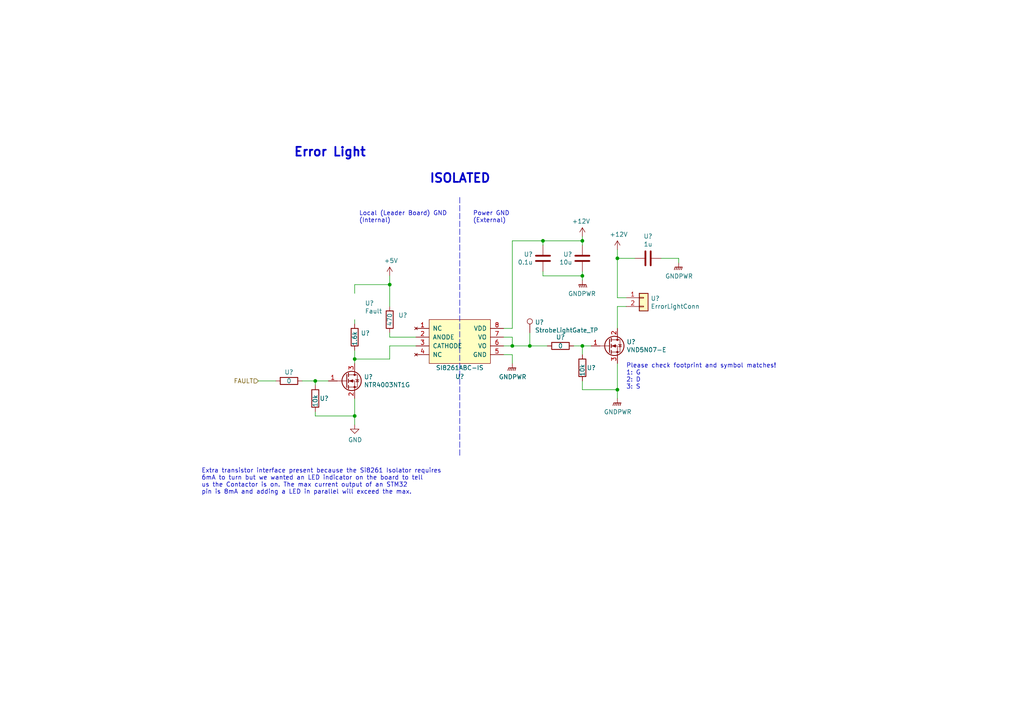
<source format=kicad_sch>
(kicad_sch (version 20211123) (generator eeschema)

  (uuid a9bfee46-077f-47f3-9088-ecb4d3eb3f1a)

  (paper "A4")

  (lib_symbols
    (symbol "Connector:TestPoint" (pin_numbers hide) (pin_names (offset 0.762) hide) (in_bom yes) (on_board yes)
      (property "Reference" "TP" (id 0) (at 0 6.858 0)
        (effects (font (size 1.27 1.27)))
      )
      (property "Value" "TestPoint" (id 1) (at 0 5.08 0)
        (effects (font (size 1.27 1.27)))
      )
      (property "Footprint" "" (id 2) (at 5.08 0 0)
        (effects (font (size 1.27 1.27)) hide)
      )
      (property "Datasheet" "~" (id 3) (at 5.08 0 0)
        (effects (font (size 1.27 1.27)) hide)
      )
      (property "ki_keywords" "test point tp" (id 4) (at 0 0 0)
        (effects (font (size 1.27 1.27)) hide)
      )
      (property "ki_description" "test point" (id 5) (at 0 0 0)
        (effects (font (size 1.27 1.27)) hide)
      )
      (property "ki_fp_filters" "Pin* Test*" (id 6) (at 0 0 0)
        (effects (font (size 1.27 1.27)) hide)
      )
      (symbol "TestPoint_0_1"
        (circle (center 0 3.302) (radius 0.762)
          (stroke (width 0) (type default) (color 0 0 0 0))
          (fill (type none))
        )
      )
      (symbol "TestPoint_1_1"
        (pin passive line (at 0 0 90) (length 2.54)
          (name "1" (effects (font (size 1.27 1.27))))
          (number "1" (effects (font (size 1.27 1.27))))
        )
      )
    )
    (symbol "Connector_Generic:Conn_01x02" (pin_names (offset 1.016) hide) (in_bom yes) (on_board yes)
      (property "Reference" "J" (id 0) (at 0 2.54 0)
        (effects (font (size 1.27 1.27)))
      )
      (property "Value" "Conn_01x02" (id 1) (at 0 -5.08 0)
        (effects (font (size 1.27 1.27)))
      )
      (property "Footprint" "" (id 2) (at 0 0 0)
        (effects (font (size 1.27 1.27)) hide)
      )
      (property "Datasheet" "~" (id 3) (at 0 0 0)
        (effects (font (size 1.27 1.27)) hide)
      )
      (property "ki_keywords" "connector" (id 4) (at 0 0 0)
        (effects (font (size 1.27 1.27)) hide)
      )
      (property "ki_description" "Generic connector, single row, 01x02, script generated (kicad-library-utils/schlib/autogen/connector/)" (id 5) (at 0 0 0)
        (effects (font (size 1.27 1.27)) hide)
      )
      (property "ki_fp_filters" "Connector*:*_1x??_*" (id 6) (at 0 0 0)
        (effects (font (size 1.27 1.27)) hide)
      )
      (symbol "Conn_01x02_1_1"
        (rectangle (start -1.27 -2.413) (end 0 -2.667)
          (stroke (width 0.1524) (type default) (color 0 0 0 0))
          (fill (type none))
        )
        (rectangle (start -1.27 0.127) (end 0 -0.127)
          (stroke (width 0.1524) (type default) (color 0 0 0 0))
          (fill (type none))
        )
        (rectangle (start -1.27 1.27) (end 1.27 -3.81)
          (stroke (width 0.254) (type default) (color 0 0 0 0))
          (fill (type background))
        )
        (pin passive line (at -5.08 0 0) (length 3.81)
          (name "Pin_1" (effects (font (size 1.27 1.27))))
          (number "1" (effects (font (size 1.27 1.27))))
        )
        (pin passive line (at -5.08 -2.54 0) (length 3.81)
          (name "Pin_2" (effects (font (size 1.27 1.27))))
          (number "2" (effects (font (size 1.27 1.27))))
        )
      )
    )
    (symbol "Device:C" (pin_numbers hide) (pin_names (offset 0.254)) (in_bom yes) (on_board yes)
      (property "Reference" "C" (id 0) (at 0.635 2.54 0)
        (effects (font (size 1.27 1.27)) (justify left))
      )
      (property "Value" "C" (id 1) (at 0.635 -2.54 0)
        (effects (font (size 1.27 1.27)) (justify left))
      )
      (property "Footprint" "" (id 2) (at 0.9652 -3.81 0)
        (effects (font (size 1.27 1.27)) hide)
      )
      (property "Datasheet" "~" (id 3) (at 0 0 0)
        (effects (font (size 1.27 1.27)) hide)
      )
      (property "ki_keywords" "cap capacitor" (id 4) (at 0 0 0)
        (effects (font (size 1.27 1.27)) hide)
      )
      (property "ki_description" "Unpolarized capacitor" (id 5) (at 0 0 0)
        (effects (font (size 1.27 1.27)) hide)
      )
      (property "ki_fp_filters" "C_*" (id 6) (at 0 0 0)
        (effects (font (size 1.27 1.27)) hide)
      )
      (symbol "C_0_1"
        (polyline
          (pts
            (xy -2.032 -0.762)
            (xy 2.032 -0.762)
          )
          (stroke (width 0.508) (type default) (color 0 0 0 0))
          (fill (type none))
        )
        (polyline
          (pts
            (xy -2.032 0.762)
            (xy 2.032 0.762)
          )
          (stroke (width 0.508) (type default) (color 0 0 0 0))
          (fill (type none))
        )
      )
      (symbol "C_1_1"
        (pin passive line (at 0 3.81 270) (length 2.794)
          (name "~" (effects (font (size 1.27 1.27))))
          (number "1" (effects (font (size 1.27 1.27))))
        )
        (pin passive line (at 0 -3.81 90) (length 2.794)
          (name "~" (effects (font (size 1.27 1.27))))
          (number "2" (effects (font (size 1.27 1.27))))
        )
      )
    )
    (symbol "Device:Q_NMOS_GDS" (pin_names (offset 0) hide) (in_bom yes) (on_board yes)
      (property "Reference" "Q" (id 0) (at 5.08 1.27 0)
        (effects (font (size 1.27 1.27)) (justify left))
      )
      (property "Value" "Q_NMOS_GDS" (id 1) (at 5.08 -1.27 0)
        (effects (font (size 1.27 1.27)) (justify left))
      )
      (property "Footprint" "" (id 2) (at 5.08 2.54 0)
        (effects (font (size 1.27 1.27)) hide)
      )
      (property "Datasheet" "~" (id 3) (at 0 0 0)
        (effects (font (size 1.27 1.27)) hide)
      )
      (property "ki_keywords" "transistor NMOS N-MOS N-MOSFET" (id 4) (at 0 0 0)
        (effects (font (size 1.27 1.27)) hide)
      )
      (property "ki_description" "N-MOSFET transistor, gate/drain/source" (id 5) (at 0 0 0)
        (effects (font (size 1.27 1.27)) hide)
      )
      (symbol "Q_NMOS_GDS_0_1"
        (polyline
          (pts
            (xy 0.254 0)
            (xy -2.54 0)
          )
          (stroke (width 0) (type default) (color 0 0 0 0))
          (fill (type none))
        )
        (polyline
          (pts
            (xy 0.254 1.905)
            (xy 0.254 -1.905)
          )
          (stroke (width 0.254) (type default) (color 0 0 0 0))
          (fill (type none))
        )
        (polyline
          (pts
            (xy 0.762 -1.27)
            (xy 0.762 -2.286)
          )
          (stroke (width 0.254) (type default) (color 0 0 0 0))
          (fill (type none))
        )
        (polyline
          (pts
            (xy 0.762 0.508)
            (xy 0.762 -0.508)
          )
          (stroke (width 0.254) (type default) (color 0 0 0 0))
          (fill (type none))
        )
        (polyline
          (pts
            (xy 0.762 2.286)
            (xy 0.762 1.27)
          )
          (stroke (width 0.254) (type default) (color 0 0 0 0))
          (fill (type none))
        )
        (polyline
          (pts
            (xy 2.54 2.54)
            (xy 2.54 1.778)
          )
          (stroke (width 0) (type default) (color 0 0 0 0))
          (fill (type none))
        )
        (polyline
          (pts
            (xy 2.54 -2.54)
            (xy 2.54 0)
            (xy 0.762 0)
          )
          (stroke (width 0) (type default) (color 0 0 0 0))
          (fill (type none))
        )
        (polyline
          (pts
            (xy 0.762 -1.778)
            (xy 3.302 -1.778)
            (xy 3.302 1.778)
            (xy 0.762 1.778)
          )
          (stroke (width 0) (type default) (color 0 0 0 0))
          (fill (type none))
        )
        (polyline
          (pts
            (xy 1.016 0)
            (xy 2.032 0.381)
            (xy 2.032 -0.381)
            (xy 1.016 0)
          )
          (stroke (width 0) (type default) (color 0 0 0 0))
          (fill (type outline))
        )
        (polyline
          (pts
            (xy 2.794 0.508)
            (xy 2.921 0.381)
            (xy 3.683 0.381)
            (xy 3.81 0.254)
          )
          (stroke (width 0) (type default) (color 0 0 0 0))
          (fill (type none))
        )
        (polyline
          (pts
            (xy 3.302 0.381)
            (xy 2.921 -0.254)
            (xy 3.683 -0.254)
            (xy 3.302 0.381)
          )
          (stroke (width 0) (type default) (color 0 0 0 0))
          (fill (type none))
        )
        (circle (center 1.651 0) (radius 2.794)
          (stroke (width 0.254) (type default) (color 0 0 0 0))
          (fill (type none))
        )
        (circle (center 2.54 -1.778) (radius 0.254)
          (stroke (width 0) (type default) (color 0 0 0 0))
          (fill (type outline))
        )
        (circle (center 2.54 1.778) (radius 0.254)
          (stroke (width 0) (type default) (color 0 0 0 0))
          (fill (type outline))
        )
      )
      (symbol "Q_NMOS_GDS_1_1"
        (pin input line (at -5.08 0 0) (length 2.54)
          (name "G" (effects (font (size 1.27 1.27))))
          (number "1" (effects (font (size 1.27 1.27))))
        )
        (pin passive line (at 2.54 5.08 270) (length 2.54)
          (name "D" (effects (font (size 1.27 1.27))))
          (number "2" (effects (font (size 1.27 1.27))))
        )
        (pin passive line (at 2.54 -5.08 90) (length 2.54)
          (name "S" (effects (font (size 1.27 1.27))))
          (number "3" (effects (font (size 1.27 1.27))))
        )
      )
    )
    (symbol "Device:Q_NMOS_GSD" (pin_names (offset 0) hide) (in_bom yes) (on_board yes)
      (property "Reference" "Q" (id 0) (at 5.08 1.27 0)
        (effects (font (size 1.27 1.27)) (justify left))
      )
      (property "Value" "Q_NMOS_GSD" (id 1) (at 5.08 -1.27 0)
        (effects (font (size 1.27 1.27)) (justify left))
      )
      (property "Footprint" "" (id 2) (at 5.08 2.54 0)
        (effects (font (size 1.27 1.27)) hide)
      )
      (property "Datasheet" "~" (id 3) (at 0 0 0)
        (effects (font (size 1.27 1.27)) hide)
      )
      (property "ki_keywords" "transistor NMOS N-MOS N-MOSFET" (id 4) (at 0 0 0)
        (effects (font (size 1.27 1.27)) hide)
      )
      (property "ki_description" "N-MOSFET transistor, gate/source/drain" (id 5) (at 0 0 0)
        (effects (font (size 1.27 1.27)) hide)
      )
      (symbol "Q_NMOS_GSD_0_1"
        (polyline
          (pts
            (xy 0.254 0)
            (xy -2.54 0)
          )
          (stroke (width 0) (type default) (color 0 0 0 0))
          (fill (type none))
        )
        (polyline
          (pts
            (xy 0.254 1.905)
            (xy 0.254 -1.905)
          )
          (stroke (width 0.254) (type default) (color 0 0 0 0))
          (fill (type none))
        )
        (polyline
          (pts
            (xy 0.762 -1.27)
            (xy 0.762 -2.286)
          )
          (stroke (width 0.254) (type default) (color 0 0 0 0))
          (fill (type none))
        )
        (polyline
          (pts
            (xy 0.762 0.508)
            (xy 0.762 -0.508)
          )
          (stroke (width 0.254) (type default) (color 0 0 0 0))
          (fill (type none))
        )
        (polyline
          (pts
            (xy 0.762 2.286)
            (xy 0.762 1.27)
          )
          (stroke (width 0.254) (type default) (color 0 0 0 0))
          (fill (type none))
        )
        (polyline
          (pts
            (xy 2.54 2.54)
            (xy 2.54 1.778)
          )
          (stroke (width 0) (type default) (color 0 0 0 0))
          (fill (type none))
        )
        (polyline
          (pts
            (xy 2.54 -2.54)
            (xy 2.54 0)
            (xy 0.762 0)
          )
          (stroke (width 0) (type default) (color 0 0 0 0))
          (fill (type none))
        )
        (polyline
          (pts
            (xy 0.762 -1.778)
            (xy 3.302 -1.778)
            (xy 3.302 1.778)
            (xy 0.762 1.778)
          )
          (stroke (width 0) (type default) (color 0 0 0 0))
          (fill (type none))
        )
        (polyline
          (pts
            (xy 1.016 0)
            (xy 2.032 0.381)
            (xy 2.032 -0.381)
            (xy 1.016 0)
          )
          (stroke (width 0) (type default) (color 0 0 0 0))
          (fill (type outline))
        )
        (polyline
          (pts
            (xy 2.794 0.508)
            (xy 2.921 0.381)
            (xy 3.683 0.381)
            (xy 3.81 0.254)
          )
          (stroke (width 0) (type default) (color 0 0 0 0))
          (fill (type none))
        )
        (polyline
          (pts
            (xy 3.302 0.381)
            (xy 2.921 -0.254)
            (xy 3.683 -0.254)
            (xy 3.302 0.381)
          )
          (stroke (width 0) (type default) (color 0 0 0 0))
          (fill (type none))
        )
        (circle (center 1.651 0) (radius 2.794)
          (stroke (width 0.254) (type default) (color 0 0 0 0))
          (fill (type none))
        )
        (circle (center 2.54 -1.778) (radius 0.254)
          (stroke (width 0) (type default) (color 0 0 0 0))
          (fill (type outline))
        )
        (circle (center 2.54 1.778) (radius 0.254)
          (stroke (width 0) (type default) (color 0 0 0 0))
          (fill (type outline))
        )
      )
      (symbol "Q_NMOS_GSD_1_1"
        (pin input line (at -5.08 0 0) (length 2.54)
          (name "G" (effects (font (size 1.27 1.27))))
          (number "1" (effects (font (size 1.27 1.27))))
        )
        (pin passive line (at 2.54 -5.08 90) (length 2.54)
          (name "S" (effects (font (size 1.27 1.27))))
          (number "2" (effects (font (size 1.27 1.27))))
        )
        (pin passive line (at 2.54 5.08 270) (length 2.54)
          (name "D" (effects (font (size 1.27 1.27))))
          (number "3" (effects (font (size 1.27 1.27))))
        )
      )
    )
    (symbol "Device:R" (pin_numbers hide) (pin_names (offset 0)) (in_bom yes) (on_board yes)
      (property "Reference" "R" (id 0) (at 2.032 0 90)
        (effects (font (size 1.27 1.27)))
      )
      (property "Value" "R" (id 1) (at 0 0 90)
        (effects (font (size 1.27 1.27)))
      )
      (property "Footprint" "" (id 2) (at -1.778 0 90)
        (effects (font (size 1.27 1.27)) hide)
      )
      (property "Datasheet" "~" (id 3) (at 0 0 0)
        (effects (font (size 1.27 1.27)) hide)
      )
      (property "ki_keywords" "R res resistor" (id 4) (at 0 0 0)
        (effects (font (size 1.27 1.27)) hide)
      )
      (property "ki_description" "Resistor" (id 5) (at 0 0 0)
        (effects (font (size 1.27 1.27)) hide)
      )
      (property "ki_fp_filters" "R_*" (id 6) (at 0 0 0)
        (effects (font (size 1.27 1.27)) hide)
      )
      (symbol "R_0_1"
        (rectangle (start -1.016 -2.54) (end 1.016 2.54)
          (stroke (width 0.254) (type default) (color 0 0 0 0))
          (fill (type none))
        )
      )
      (symbol "R_1_1"
        (pin passive line (at 0 3.81 270) (length 1.27)
          (name "~" (effects (font (size 1.27 1.27))))
          (number "1" (effects (font (size 1.27 1.27))))
        )
        (pin passive line (at 0 -3.81 90) (length 1.27)
          (name "~" (effects (font (size 1.27 1.27))))
          (number "2" (effects (font (size 1.27 1.27))))
        )
      )
    )
    (symbol "power:+12V" (power) (pin_names (offset 0)) (in_bom yes) (on_board yes)
      (property "Reference" "#PWR" (id 0) (at 0 -3.81 0)
        (effects (font (size 1.27 1.27)) hide)
      )
      (property "Value" "+12V" (id 1) (at 0 3.556 0)
        (effects (font (size 1.27 1.27)))
      )
      (property "Footprint" "" (id 2) (at 0 0 0)
        (effects (font (size 1.27 1.27)) hide)
      )
      (property "Datasheet" "" (id 3) (at 0 0 0)
        (effects (font (size 1.27 1.27)) hide)
      )
      (property "ki_keywords" "power-flag" (id 4) (at 0 0 0)
        (effects (font (size 1.27 1.27)) hide)
      )
      (property "ki_description" "Power symbol creates a global label with name \"+12V\"" (id 5) (at 0 0 0)
        (effects (font (size 1.27 1.27)) hide)
      )
      (symbol "+12V_0_1"
        (polyline
          (pts
            (xy -0.762 1.27)
            (xy 0 2.54)
          )
          (stroke (width 0) (type default) (color 0 0 0 0))
          (fill (type none))
        )
        (polyline
          (pts
            (xy 0 0)
            (xy 0 2.54)
          )
          (stroke (width 0) (type default) (color 0 0 0 0))
          (fill (type none))
        )
        (polyline
          (pts
            (xy 0 2.54)
            (xy 0.762 1.27)
          )
          (stroke (width 0) (type default) (color 0 0 0 0))
          (fill (type none))
        )
      )
      (symbol "+12V_1_1"
        (pin power_in line (at 0 0 90) (length 0) hide
          (name "+12V" (effects (font (size 1.27 1.27))))
          (number "1" (effects (font (size 1.27 1.27))))
        )
      )
    )
    (symbol "power:+5V" (power) (pin_names (offset 0)) (in_bom yes) (on_board yes)
      (property "Reference" "#PWR" (id 0) (at 0 -3.81 0)
        (effects (font (size 1.27 1.27)) hide)
      )
      (property "Value" "+5V" (id 1) (at 0 3.556 0)
        (effects (font (size 1.27 1.27)))
      )
      (property "Footprint" "" (id 2) (at 0 0 0)
        (effects (font (size 1.27 1.27)) hide)
      )
      (property "Datasheet" "" (id 3) (at 0 0 0)
        (effects (font (size 1.27 1.27)) hide)
      )
      (property "ki_keywords" "power-flag" (id 4) (at 0 0 0)
        (effects (font (size 1.27 1.27)) hide)
      )
      (property "ki_description" "Power symbol creates a global label with name \"+5V\"" (id 5) (at 0 0 0)
        (effects (font (size 1.27 1.27)) hide)
      )
      (symbol "+5V_0_1"
        (polyline
          (pts
            (xy -0.762 1.27)
            (xy 0 2.54)
          )
          (stroke (width 0) (type default) (color 0 0 0 0))
          (fill (type none))
        )
        (polyline
          (pts
            (xy 0 0)
            (xy 0 2.54)
          )
          (stroke (width 0) (type default) (color 0 0 0 0))
          (fill (type none))
        )
        (polyline
          (pts
            (xy 0 2.54)
            (xy 0.762 1.27)
          )
          (stroke (width 0) (type default) (color 0 0 0 0))
          (fill (type none))
        )
      )
      (symbol "+5V_1_1"
        (pin power_in line (at 0 0 90) (length 0) hide
          (name "+5V" (effects (font (size 1.27 1.27))))
          (number "1" (effects (font (size 1.27 1.27))))
        )
      )
    )
    (symbol "power:GND" (power) (pin_names (offset 0)) (in_bom yes) (on_board yes)
      (property "Reference" "#PWR" (id 0) (at 0 -6.35 0)
        (effects (font (size 1.27 1.27)) hide)
      )
      (property "Value" "GND" (id 1) (at 0 -3.81 0)
        (effects (font (size 1.27 1.27)))
      )
      (property "Footprint" "" (id 2) (at 0 0 0)
        (effects (font (size 1.27 1.27)) hide)
      )
      (property "Datasheet" "" (id 3) (at 0 0 0)
        (effects (font (size 1.27 1.27)) hide)
      )
      (property "ki_keywords" "power-flag" (id 4) (at 0 0 0)
        (effects (font (size 1.27 1.27)) hide)
      )
      (property "ki_description" "Power symbol creates a global label with name \"GND\" , ground" (id 5) (at 0 0 0)
        (effects (font (size 1.27 1.27)) hide)
      )
      (symbol "GND_0_1"
        (polyline
          (pts
            (xy 0 0)
            (xy 0 -1.27)
            (xy 1.27 -1.27)
            (xy 0 -2.54)
            (xy -1.27 -1.27)
            (xy 0 -1.27)
          )
          (stroke (width 0) (type default) (color 0 0 0 0))
          (fill (type none))
        )
      )
      (symbol "GND_1_1"
        (pin power_in line (at 0 0 270) (length 0) hide
          (name "GND" (effects (font (size 1.27 1.27))))
          (number "1" (effects (font (size 1.27 1.27))))
        )
      )
    )
    (symbol "power:GNDPWR" (power) (pin_names (offset 0)) (in_bom yes) (on_board yes)
      (property "Reference" "#PWR" (id 0) (at 0 -5.08 0)
        (effects (font (size 1.27 1.27)) hide)
      )
      (property "Value" "GNDPWR" (id 1) (at 0 -3.302 0)
        (effects (font (size 1.27 1.27)))
      )
      (property "Footprint" "" (id 2) (at 0 -1.27 0)
        (effects (font (size 1.27 1.27)) hide)
      )
      (property "Datasheet" "" (id 3) (at 0 -1.27 0)
        (effects (font (size 1.27 1.27)) hide)
      )
      (property "ki_keywords" "power-flag" (id 4) (at 0 0 0)
        (effects (font (size 1.27 1.27)) hide)
      )
      (property "ki_description" "Power symbol creates a global label with name \"GNDPWR\" , power ground" (id 5) (at 0 0 0)
        (effects (font (size 1.27 1.27)) hide)
      )
      (symbol "GNDPWR_0_1"
        (polyline
          (pts
            (xy 0 -1.27)
            (xy 0 0)
          )
          (stroke (width 0) (type default) (color 0 0 0 0))
          (fill (type none))
        )
        (polyline
          (pts
            (xy -1.016 -1.27)
            (xy -1.27 -2.032)
            (xy -1.27 -2.032)
          )
          (stroke (width 0.2032) (type default) (color 0 0 0 0))
          (fill (type none))
        )
        (polyline
          (pts
            (xy -0.508 -1.27)
            (xy -0.762 -2.032)
            (xy -0.762 -2.032)
          )
          (stroke (width 0.2032) (type default) (color 0 0 0 0))
          (fill (type none))
        )
        (polyline
          (pts
            (xy 0 -1.27)
            (xy -0.254 -2.032)
            (xy -0.254 -2.032)
          )
          (stroke (width 0.2032) (type default) (color 0 0 0 0))
          (fill (type none))
        )
        (polyline
          (pts
            (xy 0.508 -1.27)
            (xy 0.254 -2.032)
            (xy 0.254 -2.032)
          )
          (stroke (width 0.2032) (type default) (color 0 0 0 0))
          (fill (type none))
        )
        (polyline
          (pts
            (xy 1.016 -1.27)
            (xy -1.016 -1.27)
            (xy -1.016 -1.27)
          )
          (stroke (width 0.2032) (type default) (color 0 0 0 0))
          (fill (type none))
        )
        (polyline
          (pts
            (xy 1.016 -1.27)
            (xy 0.762 -2.032)
            (xy 0.762 -2.032)
            (xy 0.762 -2.032)
          )
          (stroke (width 0.2032) (type default) (color 0 0 0 0))
          (fill (type none))
        )
      )
      (symbol "GNDPWR_1_1"
        (pin power_in line (at 0 0 270) (length 0) hide
          (name "GNDPWR" (effects (font (size 1.27 1.27))))
          (number "1" (effects (font (size 1.27 1.27))))
        )
      )
    )
    (symbol "utsvt-bps:SI8261ABC-IS" (pin_names (offset 1.016)) (in_bom yes) (on_board yes)
      (property "Reference" "U" (id 0) (at 0 3.81 0)
        (effects (font (size 1.27 1.27)))
      )
      (property "Value" "SI8261ABC-IS" (id 1) (at 0 1.27 0)
        (effects (font (size 1.27 1.27)))
      )
      (property "Footprint" "Package_SO:SOIC-8_3.9x4.9mm_P1.27mm" (id 2) (at 0 0 0)
        (effects (font (size 1.27 1.27)) hide)
      )
      (property "Datasheet" "https://www.silabs.com/documents/public/data-sheets/Si826x.pdf" (id 3) (at 0 0 0)
        (effects (font (size 1.27 1.27)) hide)
      )
      (property "Vf" "2.2V" (id 4) (at 0 0 0)
        (effects (font (size 1.27 1.27)) hide)
      )
      (property "If" "6mA" (id 5) (at 0 0 0)
        (effects (font (size 1.27 1.27)) hide)
      )
      (property "ki_keywords" "isolator, gate, driver" (id 6) (at 0 0 0)
        (effects (font (size 1.27 1.27)) hide)
      )
      (property "ki_description" "Isolated Gate Driver, 8-pin" (id 7) (at 0 0 0)
        (effects (font (size 1.27 1.27)) hide)
      )
      (symbol "SI8261ABC-IS_0_1"
        (rectangle (start -8.89 0) (end 8.89 -12.7)
          (stroke (width 0) (type default) (color 0 0 0 0))
          (fill (type background))
        )
      )
      (symbol "SI8261ABC-IS_1_1"
        (pin no_connect line (at -12.7 -2.54 0) (length 3.81)
          (name "NC" (effects (font (size 1.27 1.27))))
          (number "1" (effects (font (size 1.27 1.27))))
        )
        (pin input line (at -12.7 -5.08 0) (length 3.81)
          (name "ANODE" (effects (font (size 1.27 1.27))))
          (number "2" (effects (font (size 1.27 1.27))))
        )
        (pin input line (at -12.7 -7.62 0) (length 3.81)
          (name "CATHODE" (effects (font (size 1.27 1.27))))
          (number "3" (effects (font (size 1.27 1.27))))
        )
        (pin no_connect line (at -12.7 -10.16 0) (length 3.81)
          (name "NC" (effects (font (size 1.27 1.27))))
          (number "4" (effects (font (size 1.27 1.27))))
        )
        (pin power_in line (at 12.7 -10.16 180) (length 3.81)
          (name "GND" (effects (font (size 1.27 1.27))))
          (number "5" (effects (font (size 1.27 1.27))))
        )
        (pin output line (at 12.7 -7.62 180) (length 3.81)
          (name "VO" (effects (font (size 1.27 1.27))))
          (number "6" (effects (font (size 1.27 1.27))))
        )
        (pin output line (at 12.7 -5.08 180) (length 3.81)
          (name "VO" (effects (font (size 1.27 1.27))))
          (number "7" (effects (font (size 1.27 1.27))))
        )
        (pin power_in line (at 12.7 -2.54 180) (length 3.81)
          (name "VDD" (effects (font (size 1.27 1.27))))
          (number "8" (effects (font (size 1.27 1.27))))
        )
      )
    )
  )

  (junction (at 157.48 69.85) (diameter 0) (color 0 0 0 0)
    (uuid 18a40e05-5c33-4d36-803e-6511c0901136)
  )
  (junction (at 91.44 110.49) (diameter 0) (color 0 0 0 0)
    (uuid 1ddfbe37-0f6d-48ec-8f11-9840a3724f78)
  )
  (junction (at 179.07 113.03) (diameter 0) (color 0 0 0 0)
    (uuid 270d6997-e917-4497-8150-0ce2215a4e2c)
  )
  (junction (at 113.03 82.55) (diameter 0) (color 0 0 0 0)
    (uuid 50593251-f55f-4e3d-933d-5c470e0279f3)
  )
  (junction (at 168.91 69.85) (diameter 0) (color 0 0 0 0)
    (uuid 62e69b43-38f7-4983-8f82-0e99263b1636)
  )
  (junction (at 148.59 100.33) (diameter 0) (color 0 0 0 0)
    (uuid ab30e365-c602-44f4-9f85-72f9a7830fa8)
  )
  (junction (at 168.91 80.01) (diameter 0) (color 0 0 0 0)
    (uuid b1bf40f1-e84f-4dcc-86c8-1dd797d3e803)
  )
  (junction (at 153.67 100.33) (diameter 0) (color 0 0 0 0)
    (uuid bdf6f7a4-d821-4998-a292-4a671045f9ef)
  )
  (junction (at 179.07 74.93) (diameter 0) (color 0 0 0 0)
    (uuid be014879-c0df-42d4-972d-74788b6e977d)
  )
  (junction (at 102.87 104.14) (diameter 0) (color 0 0 0 0)
    (uuid dd537f11-2546-4d71-8b19-968a0ccc9450)
  )
  (junction (at 102.87 120.65) (diameter 0) (color 0 0 0 0)
    (uuid eaba2ab8-18a8-4e81-b8c1-af4d7a9266fa)
  )
  (junction (at 168.91 100.33) (diameter 0) (color 0 0 0 0)
    (uuid f79af3c0-2212-400a-88d4-e21932398d5f)
  )

  (wire (pts (xy 157.48 71.12) (xy 157.48 69.85))
    (stroke (width 0) (type default) (color 0 0 0 0))
    (uuid 0b3c817a-21e3-444f-8857-e117f179ecab)
  )
  (wire (pts (xy 168.91 102.87) (xy 168.91 100.33))
    (stroke (width 0) (type default) (color 0 0 0 0))
    (uuid 1722c95f-4e95-4e75-be91-dd36b25e7246)
  )
  (wire (pts (xy 148.59 69.85) (xy 157.48 69.85))
    (stroke (width 0) (type default) (color 0 0 0 0))
    (uuid 1d95e4b3-21e7-48c9-9377-f7a79b315aae)
  )
  (wire (pts (xy 179.07 113.03) (xy 179.07 105.41))
    (stroke (width 0) (type default) (color 0 0 0 0))
    (uuid 1f3fd0fb-3f1e-4486-9c42-adca3d9e00e2)
  )
  (wire (pts (xy 168.91 80.01) (xy 168.91 81.28))
    (stroke (width 0) (type default) (color 0 0 0 0))
    (uuid 22547939-fc1e-4c9d-9755-74558588614f)
  )
  (wire (pts (xy 113.03 82.55) (xy 102.87 82.55))
    (stroke (width 0) (type default) (color 0 0 0 0))
    (uuid 3d629a18-9e7e-4819-83a5-69798417d739)
  )
  (wire (pts (xy 168.91 100.33) (xy 171.45 100.33))
    (stroke (width 0) (type default) (color 0 0 0 0))
    (uuid 3dc80121-a5ee-4c1d-b6c7-d560890e0825)
  )
  (wire (pts (xy 181.61 86.36) (xy 179.07 86.36))
    (stroke (width 0) (type default) (color 0 0 0 0))
    (uuid 49ec9191-228a-4838-8781-1be19b08bd35)
  )
  (wire (pts (xy 87.63 110.49) (xy 91.44 110.49))
    (stroke (width 0) (type default) (color 0 0 0 0))
    (uuid 4c2e6884-50f4-42fd-9e2a-85be695f5435)
  )
  (wire (pts (xy 113.03 104.14) (xy 113.03 100.33))
    (stroke (width 0) (type default) (color 0 0 0 0))
    (uuid 504361ad-3f4d-47d7-bc0c-87449325d4a6)
  )
  (wire (pts (xy 146.05 100.33) (xy 148.59 100.33))
    (stroke (width 0) (type default) (color 0 0 0 0))
    (uuid 50e365d4-811f-4bc8-94ec-f4feded1434c)
  )
  (polyline (pts (xy 133.35 132.08) (xy 133.35 57.15))
    (stroke (width 0) (type default) (color 0 0 0 0))
    (uuid 51cb62e5-17c9-4723-84f5-dacc6432ebbd)
  )

  (wire (pts (xy 80.01 110.49) (xy 74.93 110.49))
    (stroke (width 0) (type default) (color 0 0 0 0))
    (uuid 54f2d8d5-0bb4-4a86-836d-3cf970fb9dbf)
  )
  (wire (pts (xy 168.91 69.85) (xy 168.91 71.12))
    (stroke (width 0) (type default) (color 0 0 0 0))
    (uuid 5a200396-751a-41d7-a11a-8004ee96be3f)
  )
  (wire (pts (xy 168.91 113.03) (xy 179.07 113.03))
    (stroke (width 0) (type default) (color 0 0 0 0))
    (uuid 5e73095e-4d02-4b82-ba7d-dc39d1a4ae11)
  )
  (wire (pts (xy 102.87 85.09) (xy 102.87 82.55))
    (stroke (width 0) (type default) (color 0 0 0 0))
    (uuid 66a166e9-d2bc-46a7-9eb7-fe84b5a22b72)
  )
  (wire (pts (xy 102.87 115.57) (xy 102.87 120.65))
    (stroke (width 0) (type default) (color 0 0 0 0))
    (uuid 6e6ed44d-979f-464f-ba4b-1869e6e24b0d)
  )
  (wire (pts (xy 153.67 96.52) (xy 153.67 100.33))
    (stroke (width 0) (type default) (color 0 0 0 0))
    (uuid 73922dea-c69e-463d-915d-b73362ab5227)
  )
  (wire (pts (xy 146.05 97.79) (xy 148.59 97.79))
    (stroke (width 0) (type default) (color 0 0 0 0))
    (uuid 7dcfdf3a-4357-4c18-94da-831a52babe82)
  )
  (wire (pts (xy 102.87 123.19) (xy 102.87 120.65))
    (stroke (width 0) (type default) (color 0 0 0 0))
    (uuid 80f2dbab-8bb5-4692-8731-324309380808)
  )
  (wire (pts (xy 157.48 69.85) (xy 168.91 69.85))
    (stroke (width 0) (type default) (color 0 0 0 0))
    (uuid 869c5159-a21d-4866-b9a2-6f93a60121cf)
  )
  (wire (pts (xy 157.48 80.01) (xy 168.91 80.01))
    (stroke (width 0) (type default) (color 0 0 0 0))
    (uuid 86d369f2-03ce-4ebe-b94a-9beb835a5806)
  )
  (wire (pts (xy 179.07 115.57) (xy 179.07 113.03))
    (stroke (width 0) (type default) (color 0 0 0 0))
    (uuid 8be39ee0-ce02-4a63-b3c0-f7af9149bf8a)
  )
  (wire (pts (xy 179.07 88.9) (xy 181.61 88.9))
    (stroke (width 0) (type default) (color 0 0 0 0))
    (uuid 8c5ef8e1-7f30-4594-a37a-123e5406d791)
  )
  (wire (pts (xy 148.59 100.33) (xy 153.67 100.33))
    (stroke (width 0) (type default) (color 0 0 0 0))
    (uuid 9432e654-ea3b-4906-87ef-9d675be0605e)
  )
  (wire (pts (xy 102.87 93.98) (xy 102.87 92.71))
    (stroke (width 0) (type default) (color 0 0 0 0))
    (uuid 9e957694-caea-4949-83d1-03d174bf051c)
  )
  (wire (pts (xy 91.44 120.65) (xy 91.44 119.38))
    (stroke (width 0) (type default) (color 0 0 0 0))
    (uuid 9f69bab4-e17c-4292-8b2b-14d75f480ccb)
  )
  (wire (pts (xy 113.03 88.9) (xy 113.03 82.55))
    (stroke (width 0) (type default) (color 0 0 0 0))
    (uuid a254d925-e124-4ece-bb87-7a9ec2cc6672)
  )
  (wire (pts (xy 91.44 110.49) (xy 91.44 111.76))
    (stroke (width 0) (type default) (color 0 0 0 0))
    (uuid a372a9de-89ad-441a-8db4-2f9261ac71da)
  )
  (wire (pts (xy 184.15 74.93) (xy 179.07 74.93))
    (stroke (width 0) (type default) (color 0 0 0 0))
    (uuid a639b2ec-a63d-474d-8a15-9d1e3a831fc8)
  )
  (wire (pts (xy 148.59 102.87) (xy 146.05 102.87))
    (stroke (width 0) (type default) (color 0 0 0 0))
    (uuid a83c0648-73cb-4b1b-954e-ee0f488a1283)
  )
  (wire (pts (xy 153.67 100.33) (xy 158.75 100.33))
    (stroke (width 0) (type default) (color 0 0 0 0))
    (uuid ab2ffb11-343d-4508-82ce-42ca2c3d2113)
  )
  (wire (pts (xy 157.48 78.74) (xy 157.48 80.01))
    (stroke (width 0) (type default) (color 0 0 0 0))
    (uuid ac50200c-1ddf-4143-b502-a259a1783cac)
  )
  (wire (pts (xy 168.91 110.49) (xy 168.91 113.03))
    (stroke (width 0) (type default) (color 0 0 0 0))
    (uuid b360fcd5-051a-47fa-81e7-7262ec5a1416)
  )
  (wire (pts (xy 113.03 97.79) (xy 113.03 96.52))
    (stroke (width 0) (type default) (color 0 0 0 0))
    (uuid b367a918-3117-4155-9bac-925a996eb99c)
  )
  (wire (pts (xy 146.05 95.25) (xy 148.59 95.25))
    (stroke (width 0) (type default) (color 0 0 0 0))
    (uuid b4cf3460-d9fb-48b2-9e29-294b3e1e7c1d)
  )
  (wire (pts (xy 91.44 120.65) (xy 102.87 120.65))
    (stroke (width 0) (type default) (color 0 0 0 0))
    (uuid b5b37d32-0e4c-435d-846b-1c2e655d0c59)
  )
  (wire (pts (xy 196.85 74.93) (xy 191.77 74.93))
    (stroke (width 0) (type default) (color 0 0 0 0))
    (uuid b60076dd-55c1-4477-a2ee-026173b1edd2)
  )
  (wire (pts (xy 168.91 68.58) (xy 168.91 69.85))
    (stroke (width 0) (type default) (color 0 0 0 0))
    (uuid c1000103-fa5f-44d3-9d0a-4a3341b74a59)
  )
  (wire (pts (xy 179.07 74.93) (xy 179.07 86.36))
    (stroke (width 0) (type default) (color 0 0 0 0))
    (uuid c8a2e689-9479-4ce4-accf-fb44c4fc3c7f)
  )
  (wire (pts (xy 179.07 72.39) (xy 179.07 74.93))
    (stroke (width 0) (type default) (color 0 0 0 0))
    (uuid cc378403-703e-4a5a-8242-43e5fe1c0947)
  )
  (wire (pts (xy 168.91 78.74) (xy 168.91 80.01))
    (stroke (width 0) (type default) (color 0 0 0 0))
    (uuid cc4dbe1d-9e06-48a1-924c-2e41b1ccb900)
  )
  (wire (pts (xy 148.59 69.85) (xy 148.59 95.25))
    (stroke (width 0) (type default) (color 0 0 0 0))
    (uuid cd16b6d5-d323-40aa-92c9-9f61d679931c)
  )
  (wire (pts (xy 166.37 100.33) (xy 168.91 100.33))
    (stroke (width 0) (type default) (color 0 0 0 0))
    (uuid d3df7285-d434-4c29-ac33-6ff20e8e994f)
  )
  (wire (pts (xy 102.87 101.6) (xy 102.87 104.14))
    (stroke (width 0) (type default) (color 0 0 0 0))
    (uuid d47f9515-7963-48b5-91d9-79db67be465c)
  )
  (wire (pts (xy 148.59 105.41) (xy 148.59 102.87))
    (stroke (width 0) (type default) (color 0 0 0 0))
    (uuid ea4a9b77-fc85-41f9-bb03-5d10ac297e66)
  )
  (wire (pts (xy 102.87 104.14) (xy 113.03 104.14))
    (stroke (width 0) (type default) (color 0 0 0 0))
    (uuid ee239a5e-bbd8-42ac-8b09-2a2828ebcd02)
  )
  (wire (pts (xy 113.03 80.01) (xy 113.03 82.55))
    (stroke (width 0) (type default) (color 0 0 0 0))
    (uuid f1fa0a08-5f9e-447c-91e7-11c58f3f775d)
  )
  (wire (pts (xy 148.59 97.79) (xy 148.59 100.33))
    (stroke (width 0) (type default) (color 0 0 0 0))
    (uuid f25f63f6-618c-4888-830b-d15de57e26fb)
  )
  (wire (pts (xy 91.44 110.49) (xy 95.25 110.49))
    (stroke (width 0) (type default) (color 0 0 0 0))
    (uuid f3105c74-b08f-43b3-b2cb-933716877a01)
  )
  (wire (pts (xy 179.07 88.9) (xy 179.07 95.25))
    (stroke (width 0) (type default) (color 0 0 0 0))
    (uuid f3309b8f-b11c-4797-b0b9-62f2ebab34f3)
  )
  (wire (pts (xy 102.87 104.14) (xy 102.87 105.41))
    (stroke (width 0) (type default) (color 0 0 0 0))
    (uuid f424b198-d86c-4f27-9bca-e1a5565771cc)
  )
  (wire (pts (xy 196.85 76.2) (xy 196.85 74.93))
    (stroke (width 0) (type default) (color 0 0 0 0))
    (uuid fc4b3205-eb7c-42c1-ad7a-306a3ecbd84c)
  )
  (wire (pts (xy 113.03 97.79) (xy 120.65 97.79))
    (stroke (width 0) (type default) (color 0 0 0 0))
    (uuid fcba8d07-bb99-48c5-b8e9-6d3e1c413b96)
  )
  (wire (pts (xy 113.03 100.33) (xy 120.65 100.33))
    (stroke (width 0) (type default) (color 0 0 0 0))
    (uuid fd6c3dbf-d584-43fb-914d-fa361367afbb)
  )

  (text "Local (Leader Board) GND\n(Internal)" (at 104.14 64.77 0)
    (effects (font (size 1.27 1.27)) (justify left bottom))
    (uuid 1c3d869b-63fe-4400-9194-07826ddea321)
  )
  (text "Power GND\n(External)" (at 137.16 64.77 0)
    (effects (font (size 1.27 1.27)) (justify left bottom))
    (uuid 3d6bd433-db7f-470b-98a0-3d6831088949)
  )
  (text "ISOLATED" (at 124.46 53.34 0)
    (effects (font (size 2.54 2.54) (thickness 0.508) bold) (justify left bottom))
    (uuid 4f3501dc-89f0-4d44-ab47-e864c9804f78)
  )
  (text "Extra transistor interface present because the Si8261 Isolator requires\n6mA to turn but we wanted an LED indicator on the board to tell\nus the Contactor is on. The max current output of an STM32\npin is 8mA and adding a LED in parallel will exceed the max."
    (at 58.42 143.51 0)
    (effects (font (size 1.27 1.27)) (justify left bottom))
    (uuid 57fe69d6-adb0-484a-bf10-f50a3f2da074)
  )
  (text "Please check footprint and symbol matches!\n1: G\n2: D\n3: S"
    (at 181.61 113.03 0)
    (effects (font (size 1.27 1.27)) (justify left bottom))
    (uuid d31b97ed-c570-4e0d-8530-3ec75580f135)
  )
  (text "Error Light" (at 85.09 45.72 0)
    (effects (font (size 2.54 2.54) (thickness 0.508) bold) (justify left bottom))
    (uuid db8d7e1b-d563-4aef-9537-b1212e556d47)
  )

  (hierarchical_label "FAULT" (shape input) (at 74.93 110.49 180)
    (effects (font (size 1.27 1.27)) (justify right))
    (uuid 8822cd4a-50b9-445e-a6b6-0ca1541634e9)
  )

  (symbol (lib_id "Connector_Generic:Conn_01x02") (at 186.69 86.36 0) (unit 1)
    (in_bom yes) (on_board yes)
    (uuid 00000000-0000-0000-0000-00005d93093e)
    (property "Reference" "" (id 0) (at 188.722 86.5632 0)
      (effects (font (size 1.27 1.27)) (justify left))
    )
    (property "Value" "ErrorLightConn" (id 1) (at 188.722 88.8746 0)
      (effects (font (size 1.27 1.27)) (justify left))
    )
    (property "Footprint" "UTSVT_Connectors:Molex_MicroFit3.0_1x2xP3.00mm_PolarizingPeg_Vertical" (id 2) (at 186.69 86.36 0)
      (effects (font (size 1.27 1.27)) hide)
    )
    (property "Datasheet" "~" (id 3) (at 186.69 86.36 0)
      (effects (font (size 1.27 1.27)) hide)
    )
    (pin "1" (uuid cff8cc68-8e42-465f-a57f-6c59bef4fb17))
    (pin "2" (uuid b988e9ca-dc04-4370-81c8-e0b01f29a82d))
  )

  (symbol (lib_id "Device:R") (at 113.03 92.71 180) (unit 1)
    (in_bom yes) (on_board yes)
    (uuid 00000000-0000-0000-0000-00005d93094b)
    (property "Reference" "" (id 0) (at 116.84 91.44 0))
    (property "Value" "470" (id 1) (at 113.03 92.71 90))
    (property "Footprint" "Resistor_SMD:R_0805_2012Metric" (id 2) (at 114.808 92.71 90)
      (effects (font (size 1.27 1.27)) hide)
    )
    (property "Datasheet" "~" (id 3) (at 113.03 92.71 0)
      (effects (font (size 1.27 1.27)) hide)
    )
    (pin "1" (uuid 94bfd958-aa3a-4638-af37-d705104e7171))
    (pin "2" (uuid 70b92071-5832-4167-80c0-cfd3a143365b))
  )

  (symbol (lib_id "power:+12V") (at 168.91 68.58 0) (mirror y) (unit 1)
    (in_bom yes) (on_board yes)
    (uuid 00000000-0000-0000-0000-00005d930954)
    (property "Reference" "" (id 0) (at 168.91 72.39 0)
      (effects (font (size 1.27 1.27)) hide)
    )
    (property "Value" "+12V" (id 1) (at 168.529 64.1858 0))
    (property "Footprint" "" (id 2) (at 168.91 68.58 0)
      (effects (font (size 1.27 1.27)) hide)
    )
    (property "Datasheet" "" (id 3) (at 168.91 68.58 0)
      (effects (font (size 1.27 1.27)) hide)
    )
    (pin "1" (uuid 832defd1-456e-40bb-bdee-f6213453c8a7))
  )

  (symbol (lib_id "Device:C") (at 168.91 74.93 0) (mirror y) (unit 1)
    (in_bom yes) (on_board yes)
    (uuid 00000000-0000-0000-0000-00005d93095a)
    (property "Reference" "" (id 0) (at 165.989 73.7616 0)
      (effects (font (size 1.27 1.27)) (justify left))
    )
    (property "Value" "10u" (id 1) (at 165.989 76.073 0)
      (effects (font (size 1.27 1.27)) (justify left))
    )
    (property "Footprint" "Capacitor_SMD:C_0805_2012Metric" (id 2) (at 167.9448 78.74 0)
      (effects (font (size 1.27 1.27)) hide)
    )
    (property "Datasheet" "~" (id 3) (at 168.91 74.93 0)
      (effects (font (size 1.27 1.27)) hide)
    )
    (pin "1" (uuid b8745a2f-b105-4bc5-b6da-ed7b66f6f243))
    (pin "2" (uuid b6130000-002b-4f48-8c27-c5b99444ac74))
  )

  (symbol (lib_id "power:GNDPWR") (at 168.91 81.28 0) (mirror y) (unit 1)
    (in_bom yes) (on_board yes)
    (uuid 00000000-0000-0000-0000-00005d930960)
    (property "Reference" "" (id 0) (at 168.91 86.36 0)
      (effects (font (size 1.27 1.27)) hide)
    )
    (property "Value" "GNDPWR" (id 1) (at 168.8084 85.1916 0))
    (property "Footprint" "" (id 2) (at 168.91 82.55 0)
      (effects (font (size 1.27 1.27)) hide)
    )
    (property "Datasheet" "" (id 3) (at 168.91 82.55 0)
      (effects (font (size 1.27 1.27)) hide)
    )
    (pin "1" (uuid 8dc41305-1ba4-43e9-9e33-a2b7b703492a))
  )

  (symbol (lib_id "Device:C") (at 157.48 74.93 0) (mirror y) (unit 1)
    (in_bom yes) (on_board yes)
    (uuid 00000000-0000-0000-0000-00005d930968)
    (property "Reference" "" (id 0) (at 154.559 73.7616 0)
      (effects (font (size 1.27 1.27)) (justify left))
    )
    (property "Value" "0.1u" (id 1) (at 154.559 76.073 0)
      (effects (font (size 1.27 1.27)) (justify left))
    )
    (property "Footprint" "Capacitor_SMD:C_0805_2012Metric" (id 2) (at 156.5148 78.74 0)
      (effects (font (size 1.27 1.27)) hide)
    )
    (property "Datasheet" "~" (id 3) (at 157.48 74.93 0)
      (effects (font (size 1.27 1.27)) hide)
    )
    (pin "1" (uuid d0b58317-5364-4f12-aa6f-5111e6fbf5ab))
    (pin "2" (uuid 086dd8d3-ac28-4810-9775-dad663efe707))
  )

  (symbol (lib_id "power:GNDPWR") (at 148.59 105.41 0) (unit 1)
    (in_bom yes) (on_board yes)
    (uuid 00000000-0000-0000-0000-00005d93097a)
    (property "Reference" "" (id 0) (at 148.59 110.49 0)
      (effects (font (size 1.27 1.27)) hide)
    )
    (property "Value" "GNDPWR" (id 1) (at 148.6916 109.3216 0))
    (property "Footprint" "" (id 2) (at 148.59 106.68 0)
      (effects (font (size 1.27 1.27)) hide)
    )
    (property "Datasheet" "" (id 3) (at 148.59 106.68 0)
      (effects (font (size 1.27 1.27)) hide)
    )
    (pin "1" (uuid 9ba74cb3-2e70-4a4a-b131-c981475e9eb4))
  )

  (symbol (lib_id "power:+12V") (at 179.07 72.39 0) (unit 1)
    (in_bom yes) (on_board yes)
    (uuid 00000000-0000-0000-0000-00005d930982)
    (property "Reference" "" (id 0) (at 179.07 76.2 0)
      (effects (font (size 1.27 1.27)) hide)
    )
    (property "Value" "+12V" (id 1) (at 179.451 67.9958 0))
    (property "Footprint" "" (id 2) (at 179.07 72.39 0)
      (effects (font (size 1.27 1.27)) hide)
    )
    (property "Datasheet" "" (id 3) (at 179.07 72.39 0)
      (effects (font (size 1.27 1.27)) hide)
    )
    (pin "1" (uuid 815b93a9-a17f-4af9-b6ed-3e67a2d748f9))
  )

  (symbol (lib_id "Device:R") (at 168.91 106.68 0) (unit 1)
    (in_bom yes) (on_board yes)
    (uuid 00000000-0000-0000-0000-00005d930988)
    (property "Reference" "" (id 0) (at 170.18 106.68 0)
      (effects (font (size 1.27 1.27)) (justify left))
    )
    (property "Value" "10k" (id 1) (at 168.91 109.22 90)
      (effects (font (size 1.27 1.27)) (justify left))
    )
    (property "Footprint" "Resistor_SMD:R_0805_2012Metric" (id 2) (at 167.132 106.68 90)
      (effects (font (size 1.27 1.27)) hide)
    )
    (property "Datasheet" "~" (id 3) (at 168.91 106.68 0)
      (effects (font (size 1.27 1.27)) hide)
    )
    (pin "1" (uuid 63d1e410-4bae-49cb-b437-35136903607e))
    (pin "2" (uuid 8c63b92f-abf4-4adc-8bc5-b943667230a1))
  )

  (symbol (lib_id "Device:R") (at 162.56 100.33 270) (unit 1)
    (in_bom yes) (on_board yes)
    (uuid 00000000-0000-0000-0000-00005d930995)
    (property "Reference" "" (id 0) (at 162.56 97.79 90))
    (property "Value" "0" (id 1) (at 162.56 100.33 90))
    (property "Footprint" "Resistor_SMD:R_0805_2012Metric" (id 2) (at 162.56 98.552 90)
      (effects (font (size 1.27 1.27)) hide)
    )
    (property "Datasheet" "~" (id 3) (at 162.56 100.33 0)
      (effects (font (size 1.27 1.27)) hide)
    )
    (pin "1" (uuid 847c1c92-8090-492e-b211-43dbfbac38cb))
    (pin "2" (uuid 9874c376-7442-4518-8258-9245751a0cdb))
  )

  (symbol (lib_id "Connector:TestPoint") (at 153.67 96.52 0) (unit 1)
    (in_bom yes) (on_board yes)
    (uuid 00000000-0000-0000-0000-00005d9309ac)
    (property "Reference" "" (id 0) (at 155.1432 93.472 0)
      (effects (font (size 1.27 1.27)) (justify left))
    )
    (property "Value" "StrobeLightGate_TP" (id 1) (at 155.1432 95.7834 0)
      (effects (font (size 1.27 1.27)) (justify left))
    )
    (property "Footprint" "TestPoint:TestPoint_Keystone_5005-5009_Compact" (id 2) (at 158.75 96.52 0)
      (effects (font (size 1.27 1.27)) hide)
    )
    (property "Datasheet" "~" (id 3) (at 158.75 96.52 0)
      (effects (font (size 1.27 1.27)) hide)
    )
    (pin "1" (uuid df787bd5-5efe-4b7a-9119-feb8463f0b66))
  )

  (symbol (lib_id "Device:R") (at 102.87 97.79 0) (unit 1)
    (in_bom yes) (on_board yes)
    (uuid 00000000-0000-0000-0000-00005d9309b4)
    (property "Reference" "" (id 0) (at 104.648 96.6216 0)
      (effects (font (size 1.27 1.27)) (justify left))
    )
    (property "Value" "1.6k" (id 1) (at 102.87 100.33 90)
      (effects (font (size 1.27 1.27)) (justify left))
    )
    (property "Footprint" "Resistor_SMD:R_0805_2012Metric" (id 2) (at 101.092 97.79 90)
      (effects (font (size 1.27 1.27)) hide)
    )
    (property "Datasheet" "~" (id 3) (at 102.87 97.79 0)
      (effects (font (size 1.27 1.27)) hide)
    )
    (pin "1" (uuid ce46221d-2725-4f97-b2a9-abb2b24139ab))
    (pin "2" (uuid aae17c20-a33a-4bc9-8508-e628136ea9f8))
  )

  (symbol (lib_id "power:GNDPWR") (at 179.07 115.57 0) (unit 1)
    (in_bom yes) (on_board yes)
    (uuid 00000000-0000-0000-0000-00005d9309bc)
    (property "Reference" "" (id 0) (at 179.07 120.65 0)
      (effects (font (size 1.27 1.27)) hide)
    )
    (property "Value" "GNDPWR" (id 1) (at 179.1716 119.4816 0))
    (property "Footprint" "" (id 2) (at 179.07 116.84 0)
      (effects (font (size 1.27 1.27)) hide)
    )
    (property "Datasheet" "" (id 3) (at 179.07 116.84 0)
      (effects (font (size 1.27 1.27)) hide)
    )
    (pin "1" (uuid 4daf1da4-cf55-4772-9cf6-4f54a449363a))
  )

  (symbol (lib_id "Device:C") (at 187.96 74.93 270) (unit 1)
    (in_bom yes) (on_board yes)
    (uuid 00000000-0000-0000-0000-00005d9309c2)
    (property "Reference" "" (id 0) (at 187.96 68.5292 90))
    (property "Value" "1u" (id 1) (at 187.96 70.8406 90))
    (property "Footprint" "Capacitor_SMD:C_0805_2012Metric" (id 2) (at 184.15 75.8952 0)
      (effects (font (size 1.27 1.27)) hide)
    )
    (property "Datasheet" "~" (id 3) (at 187.96 74.93 0)
      (effects (font (size 1.27 1.27)) hide)
    )
    (pin "1" (uuid 5132cf29-bec3-4aa5-9b57-e51c82169a24))
    (pin "2" (uuid 7b105c77-02fa-4863-8ada-0276bc49695a))
  )

  (symbol (lib_id "power:GNDPWR") (at 196.85 76.2 0) (unit 1)
    (in_bom yes) (on_board yes)
    (uuid 00000000-0000-0000-0000-00005d9309c8)
    (property "Reference" "" (id 0) (at 196.85 81.28 0)
      (effects (font (size 1.27 1.27)) hide)
    )
    (property "Value" "GNDPWR" (id 1) (at 196.9516 80.1116 0))
    (property "Footprint" "" (id 2) (at 196.85 77.47 0)
      (effects (font (size 1.27 1.27)) hide)
    )
    (property "Datasheet" "" (id 3) (at 196.85 77.47 0)
      (effects (font (size 1.27 1.27)) hide)
    )
    (pin "1" (uuid eccbc79e-601a-4f9b-b55b-af4e76505dd6))
  )

  (symbol (lib_id "Device:LED_ALT") (at 102.87 88.9 90) (unit 1)
    (in_bom yes) (on_board yes)
    (uuid 00000000-0000-0000-0000-00005d9309da)
    (property "Reference" "" (id 0) (at 105.8418 87.9348 90)
      (effects (font (size 1.27 1.27)) (justify right))
    )
    (property "Value" "Fault" (id 1) (at 105.8418 90.2462 90)
      (effects (font (size 1.27 1.27)) (justify right))
    )
    (property "Footprint" "LED_SMD:LED_0805_2012Metric" (id 2) (at 102.87 88.9 0)
      (effects (font (size 1.27 1.27)) hide)
    )
    (property "Datasheet" "~" (id 3) (at 102.87 88.9 0)
      (effects (font (size 1.27 1.27)) hide)
    )
    (property "Color" "Red" (id 4) (at 102.87 88.9 90)
      (effects (font (size 1.27 1.27)) hide)
    )
    (property "P/N" "APTD2012LSURCK" (id 5) (at 102.87 88.9 90)
      (effects (font (size 1.27 1.27)) hide)
    )
  )

  (symbol (lib_id "Device:Q_NMOS_GSD") (at 100.33 110.49 0) (unit 1)
    (in_bom yes) (on_board yes)
    (uuid 00000000-0000-0000-0000-00005d9309ea)
    (property "Reference" "" (id 0) (at 105.537 109.3216 0)
      (effects (font (size 1.27 1.27)) (justify left))
    )
    (property "Value" "NTR4003NT1G" (id 1) (at 105.537 111.633 0)
      (effects (font (size 1.27 1.27)) (justify left))
    )
    (property "Footprint" "Package_TO_SOT_SMD:SOT-23" (id 2) (at 105.41 107.95 0)
      (effects (font (size 1.27 1.27)) hide)
    )
    (property "Datasheet" "~" (id 3) (at 100.33 110.49 0)
      (effects (font (size 1.27 1.27)) hide)
    )
    (pin "1" (uuid 927f2e67-3729-404c-8df3-28aae1c21701))
    (pin "2" (uuid fd9de4f6-443f-4a5d-8793-c4bd64dd06ec))
    (pin "3" (uuid 30e1df5a-303b-49dc-ad98-c8d2ad92c56f))
  )

  (symbol (lib_id "power:GND") (at 102.87 123.19 0) (unit 1)
    (in_bom yes) (on_board yes)
    (uuid 00000000-0000-0000-0000-00005d9309f1)
    (property "Reference" "" (id 0) (at 102.87 129.54 0)
      (effects (font (size 1.27 1.27)) hide)
    )
    (property "Value" "GND" (id 1) (at 102.997 127.5842 0))
    (property "Footprint" "" (id 2) (at 102.87 123.19 0)
      (effects (font (size 1.27 1.27)) hide)
    )
    (property "Datasheet" "" (id 3) (at 102.87 123.19 0)
      (effects (font (size 1.27 1.27)) hide)
    )
    (pin "1" (uuid 1782a917-5835-4a0c-8c88-cb2476023340))
  )

  (symbol (lib_id "power:+5V") (at 113.03 80.01 0) (unit 1)
    (in_bom yes) (on_board yes)
    (uuid 00000000-0000-0000-0000-00005d930a01)
    (property "Reference" "" (id 0) (at 113.03 83.82 0)
      (effects (font (size 1.27 1.27)) hide)
    )
    (property "Value" "+5V" (id 1) (at 113.411 75.6158 0))
    (property "Footprint" "" (id 2) (at 113.03 80.01 0)
      (effects (font (size 1.27 1.27)) hide)
    )
    (property "Datasheet" "" (id 3) (at 113.03 80.01 0)
      (effects (font (size 1.27 1.27)) hide)
    )
    (pin "1" (uuid c69e87ac-7913-4dc0-ab0d-7e047b7c435b))
  )

  (symbol (lib_id "Device:R") (at 83.82 110.49 270) (unit 1)
    (in_bom yes) (on_board yes)
    (uuid 00000000-0000-0000-0000-00005d930a07)
    (property "Reference" "" (id 0) (at 83.82 107.95 90))
    (property "Value" "0" (id 1) (at 83.82 110.49 90))
    (property "Footprint" "Resistor_SMD:R_0805_2012Metric" (id 2) (at 83.82 108.712 90)
      (effects (font (size 1.27 1.27)) hide)
    )
    (property "Datasheet" "~" (id 3) (at 83.82 110.49 0)
      (effects (font (size 1.27 1.27)) hide)
    )
    (pin "1" (uuid a78ac0a8-164a-4cde-9967-4eed39d9d1c2))
    (pin "2" (uuid 71db132c-0001-4d12-807f-629f4ee00511))
  )

  (symbol (lib_id "Device:R") (at 91.44 115.57 0) (unit 1)
    (in_bom yes) (on_board yes)
    (uuid 00000000-0000-0000-0000-00005d930a0d)
    (property "Reference" "" (id 0) (at 92.71 115.57 0)
      (effects (font (size 1.27 1.27)) (justify left))
    )
    (property "Value" "10k" (id 1) (at 91.44 118.11 90)
      (effects (font (size 1.27 1.27)) (justify left))
    )
    (property "Footprint" "Resistor_SMD:R_0805_2012Metric" (id 2) (at 89.662 115.57 90)
      (effects (font (size 1.27 1.27)) hide)
    )
    (property "Datasheet" "~" (id 3) (at 91.44 115.57 0)
      (effects (font (size 1.27 1.27)) hide)
    )
    (pin "1" (uuid 6ce18da2-48a4-4f8e-a570-9b1064fb77bc))
    (pin "2" (uuid c0cd3a77-51a9-4c69-a791-4b262b5d6e3b))
  )

  (symbol (lib_id "utsvt-bps:SI8261ABC-IS") (at 133.35 92.71 0) (unit 1)
    (in_bom yes) (on_board yes)
    (uuid 00000000-0000-0000-0000-00005f13fc4d)
    (property "Reference" "" (id 0) (at 133.35 109.22 0))
    (property "Value" "SI8261ABC-IS" (id 1) (at 133.35 106.68 0))
    (property "Footprint" "Package_SO:SOIC-8_3.9x4.9mm_P1.27mm" (id 2) (at 133.35 92.71 0)
      (effects (font (size 1.27 1.27)) hide)
    )
    (property "Datasheet" "https://www.silabs.com/documents/public/data-sheets/Si826x.pdf" (id 3) (at 133.35 92.71 0)
      (effects (font (size 1.27 1.27)) hide)
    )
    (pin "1" (uuid 8306d6d4-2bbc-46d0-b61a-fb4a0e64d0e6))
    (pin "2" (uuid 42e7304e-9ea4-40bd-a108-fc232667299a))
    (pin "3" (uuid f99b38ac-44ca-4252-a80d-0b3d37c9ca6e))
    (pin "4" (uuid ab57467e-404a-4f61-9a7d-90495fd6b4fe))
    (pin "5" (uuid b8cc2dd2-b146-4662-a67d-6a5eda9b9c73))
    (pin "6" (uuid e8a4ac30-8c10-43f3-94b4-8abbca5330cd))
    (pin "7" (uuid 3768f12b-9da7-4df2-abbb-97b1d969f0b6))
    (pin "8" (uuid 293fdf9f-3934-472a-9995-6f960e9539ac))
  )

  (symbol (lib_id "Device:Q_NMOS_GDS") (at 176.53 100.33 0) (unit 1)
    (in_bom yes) (on_board yes)
    (uuid 00000000-0000-0000-0000-00005f239c8e)
    (property "Reference" "" (id 0) (at 181.737 99.1616 0)
      (effects (font (size 1.27 1.27)) (justify left))
    )
    (property "Value" "VND5N07-E" (id 1) (at 181.737 101.473 0)
      (effects (font (size 1.27 1.27)) (justify left))
    )
    (property "Footprint" "Package_TO_SOT_SMD:TO-252-2" (id 2) (at 181.61 97.79 0)
      (effects (font (size 1.27 1.27)) hide)
    )
    (property "Datasheet" "~" (id 3) (at 176.53 100.33 0)
      (effects (font (size 1.27 1.27)) hide)
    )
    (pin "1" (uuid 7b17f186-73c2-4476-ba3d-e1477ed9e6fe))
    (pin "2" (uuid 1cab94d5-0364-4873-9605-c706a73c28bb))
    (pin "3" (uuid 7c203857-669b-4220-bf5c-336293807cd7))
  )
)

</source>
